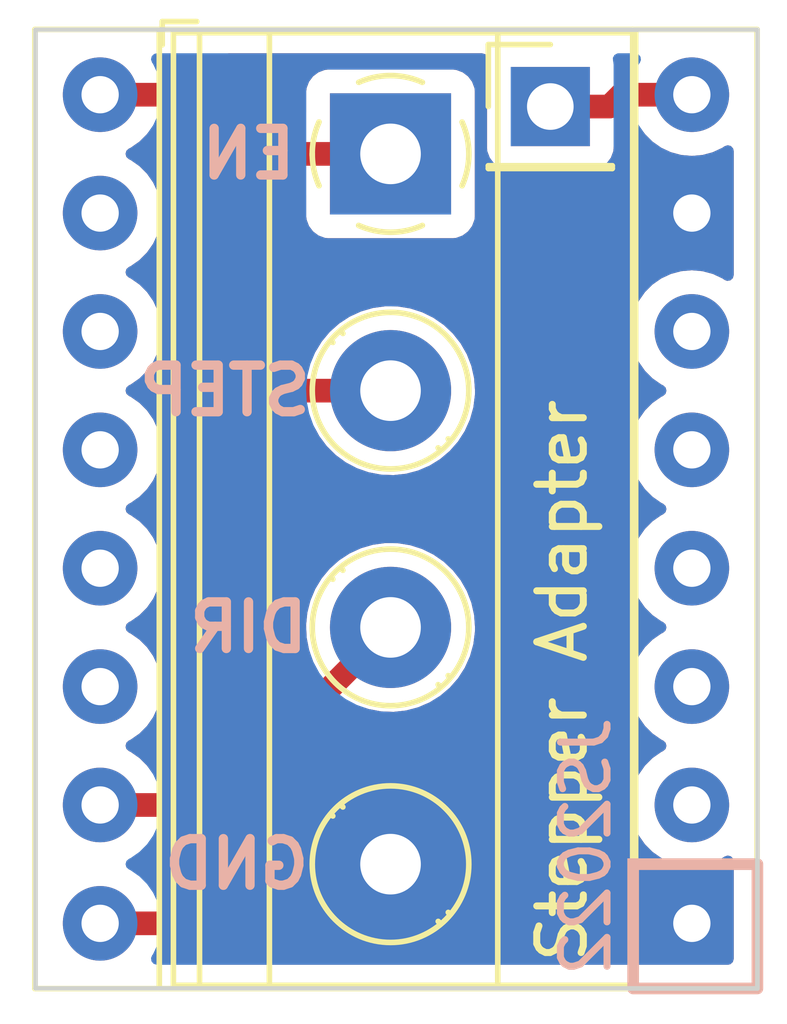
<source format=kicad_pcb>
(kicad_pcb (version 20211014) (generator pcbnew)
  (title_block (comment 4 "AISLER Project ID: SYQGLCVS"))
  (layers (0 "F.Cu" signal) (31 "B.Cu" signal) (34 "B.Paste" user) (35 "F.Paste" user) (36 "B.SilkS" user "B.Silkscreen") (37 "F.SilkS" user "F.Silkscreen") (38 "B.Mask" user) (39 "F.Mask" user) (44 "Edge.Cuts" user))
  (net 0 "")
  (net 10 "GND")
  (net 11 "/ENABLE")
  (net 12 "VCC")
  (net 13 "/STEP")
  (net 14 "Vdrive")
  (net 15 "/DIR")
  (footprint "Module:Pololu_Breakout-16_15.2x20.3mm" (layer "F.Cu") (at 125.466 93.472 180)
    (fp_text reference "A1" hide)
    (fp_text value "Pololu_Breakout_A4988" hide)
    (fp_line (start 11.43 -1.4) (end 11.43 19.18) (layer "F.SilkS") (width 0.12))
    (fp_line (start 1.27 -1.4) (end 1.27 1.27) (layer "F.SilkS") (width 0.12))
    (fp_line (start -1.4 -1.4) (end -1.4 0) (layer "F.SilkS") (width 0.12))
    (fp_line (start 1.27 1.27) (end -1.4 1.27) (layer "F.SilkS") (width 0.12))
    (fp_line (start -1.4 1.27) (end -1.4 19.18) (layer "F.SilkS") (width 0.12))
    (fp_line (start 14.1 -1.4) (end 1.27 -1.4) (layer "F.SilkS") (width 0.12))
    (fp_line (start -1.4 19.18) (end 14.1 19.18) (layer "F.SilkS") (width 0.12))
    (fp_line (start 0 -1.4) (end -1.4 -1.4) (layer "F.SilkS") (width 0.12))
    (fp_line (start 14.1 19.18) (end 14.1 -1.4) (layer "F.SilkS") (width 0.12))
    (fp_line (start 1.27 1.27) (end 1.27 19.18) (layer "F.SilkS") (width 0.12))
    (pad "1" thru_hole rect locked (at 0 0 180) (size 1.6 1.6) (drill 0.8) (layers *.Cu *.Mask) (net 10 "GND"))
    (pad "2" thru_hole oval locked (at 0 2.54 180) (size 1.6 1.6) (drill 0.8) (layers *.Cu *.Mask) (net 12 "VCC"))
    (pad "3" thru_hole oval locked (at 0 5.08 180) (size 1.6 1.6) (drill 0.8) (layers *.Cu *.Mask))
    (pad "4" thru_hole oval locked (at 0 7.62 180) (size 1.6 1.6) (drill 0.8) (layers *.Cu *.Mask))
    (pad "5" thru_hole oval locked (at 0 10.16 180) (size 1.6 1.6) (drill 0.8) (layers *.Cu *.Mask))
    (pad "6" thru_hole oval locked (at 0 12.7 180) (size 1.6 1.6) (drill 0.8) (layers *.Cu *.Mask))
    (pad "7" thru_hole oval locked (at 0 15.24 180) (size 1.6 1.6) (drill 0.8) (layers *.Cu *.Mask) (net 10 "GND"))
    (pad "8" thru_hole oval locked (at 0 17.78 180) (size 1.6 1.6) (drill 0.8) (layers *.Cu *.Mask) (net 14 "Vdrive"))
    (pad "9" thru_hole oval locked (at 12.7 17.78 180) (size 1.6 1.6) (drill 0.8) (layers *.Cu *.Mask) (net 11 "/ENABLE"))
    (pad "10" thru_hole oval locked (at 12.7 15.24 180) (size 1.6 1.6) (drill 0.8) (layers *.Cu *.Mask))
    (pad "11" thru_hole oval locked (at 12.7 12.7 180) (size 1.6 1.6) (drill 0.8) (layers *.Cu *.Mask))
    (pad "12" thru_hole oval locked (at 12.7 10.16 180) (size 1.6 1.6) (drill 0.8) (layers *.Cu *.Mask))
    (pad "13" thru_hole oval locked (at 12.7 7.62 180) (size 1.6 1.6) (drill 0.8) (layers *.Cu *.Mask))
    (pad "14" thru_hole oval locked (at 12.7 5.08 180) (size 1.6 1.6) (drill 0.8) (layers *.Cu *.Mask))
    (pad "15" thru_hole oval locked (at 12.7 2.54 180) (size 1.6 1.6) (drill 0.8) (layers *.Cu *.Mask) (net 13 "/STEP"))
    (pad "16" thru_hole oval locked (at 12.7 0 180) (size 1.6 1.6) (drill 0.8) (layers *.Cu *.Mask) (net 15 "/DIR"))
  )
  (footprint "TerminalBlock_Phoenix:TerminalBlock_Phoenix_MKDS-1,5-4-5.08_1x04_P5.08mm_Horizontal" (layer "F.Cu") (at 118.999 76.962 -90)
    (fp_text reference "J1" hide)
    (fp_text value "Screw_Terminal_01x04")
    (fp_line (start 3.853 1.023) (end 3.806 1.069) (layer "F.SilkS") (width 0.12))
    (fp_line (start 14.206 1.239) (end 14.171 1.274) (layer "F.SilkS") (width 0.12))
    (fp_line (start 16.515 -1.069) (end 16.468 -1.023) (layer "F.SilkS") (width 0.12))
    (fp_line (start 6.355 -1.069) (end 6.308 -1.023) (layer "F.SilkS") (width 0.12))
    (fp_line (start -2.6 -5.261) (end 17.84 -5.261) (layer "F.SilkS") (width 0.12))
    (fp_line (start 9.126 1.239) (end 9.091 1.274) (layer "F.SilkS") (width 0.12))
    (fp_line (start -2.6 -5.261) (end -2.6 4.66) (layer "F.SilkS") (width 0.12))
    (fp_line (start 17.84 -5.261) (end 17.84 4.66) (layer "F.SilkS") (width 0.12))
    (fp_line (start -2.84 4.9) (end -2.34 4.9) (layer "F.SilkS") (width 0.12))
    (fp_line (start -2.6 4.1) (end 17.84 4.1) (layer "F.SilkS") (width 0.12))
    (fp_line (start -2.6 2.6) (end 17.84 2.6) (layer "F.SilkS") (width 0.12))
    (fp_line (start 16.31 -1.275) (end 16.275 -1.239) (layer "F.SilkS") (width 0.12))
    (fp_line (start 4.046 1.239) (end 4.011 1.274) (layer "F.SilkS") (width 0.12))
    (fp_line (start 6.15 -1.275) (end 6.115 -1.239) (layer "F.SilkS") (width 0.12))
    (fp_line (start 11.435 -1.069) (end 11.388 -1.023) (layer "F.SilkS") (width 0.12))
    (fp_line (start -2.6 -2.301) (end 17.84 -2.301) (layer "F.SilkS") (width 0.12))
    (fp_line (start 11.23 -1.275) (end 11.195 -1.239) (layer "F.SilkS") (width 0.12))
    (fp_line (start 14.013 1.023) (end 13.966 1.069) (layer "F.SilkS") (width 0.12))
    (fp_line (start -2.84 4.16) (end -2.84 4.9) (layer "F.SilkS") (width 0.12))
    (fp_line (start -2.6 4.66) (end 17.84 4.66) (layer "F.SilkS") (width 0.12))
    (fp_line (start 8.933 1.023) (end 8.886 1.069) (layer "F.SilkS") (width 0.12))
    (fp_arc (start -0.683042 -1.535427) (mid 0.000524 -1.680501) (end 0.684 -1.535) (layer "F.SilkS") (width 0.12))
    (fp_arc (start 0.028805 1.680253) (mid -0.335551 1.646659) (end -0.684 1.535) (layer "F.SilkS") (width 0.12))
    (fp_arc (start -1.535427 0.683042) (mid -1.680501 -0.000524) (end -1.535 -0.684) (layer "F.SilkS") (width 0.12))
    (fp_arc (start 0.683318 1.534756) (mid 0.349292 1.643288) (end 0 1.68) (layer "F.SilkS") (width 0.12))
    (fp_arc (start 1.535427 -0.683042) (mid 1.680501 0.000524) (end 1.535 0.684) (layer "F.SilkS") (width 0.12))
    (fp_circle (center 10.16 0) (end 11.84 0) (layer "F.SilkS") (width 0.12) (fill none))
    (fp_circle (center 5.08 0) (end 6.76 0) (layer "F.SilkS") (width 0.12) (fill none))
    (fp_circle (center 15.24 0) (end 16.92 0) (layer "F.SilkS") (width 0.12) (fill none))
    (pad "1" thru_hole rect locked (at 0 0 270) (size 2.6 2.6) (drill 1.3) (layers *.Cu *.Mask) (net 11 "/ENABLE"))
    (pad "2" thru_hole circle locked (at 5.08 0 270) (size 2.6 2.6) (drill 1.3) (layers *.Cu *.Mask) (net 13 "/STEP"))
    (pad "3" thru_hole circle locked (at 10.16 0 270) (size 2.6 2.6) (drill 1.3) (layers *.Cu *.Mask) (net 15 "/DIR"))
    (pad "4" thru_hole circle locked (at 15.24 0 270) (size 2.6 2.6) (drill 1.3) (layers *.Cu *.Mask) (net 10 "GND"))
  )
  (footprint "Connector_PinHeader_2.54mm:PinHeader_1x01_P2.54mm_Vertical" (layer "F.Cu") (at 122.428 75.946)
    (fp_text reference "J2" hide)
    (fp_text value "Conn_01x01" hide)
    (fp_line (start -1.33 -1.33) (end 0 -1.33) (layer "F.SilkS") (width 0.12))
    (fp_line (start -1.33 1.33) (end 1.33 1.33) (layer "F.SilkS") (width 0.12))
    (fp_line (start -1.33 1.27) (end 1.33 1.27) (layer "F.SilkS") (width 0.12))
    (fp_line (start -1.33 1.27) (end -1.33 1.33) (layer "F.SilkS") (width 0.12))
    (fp_line (start -1.33 0) (end -1.33 -1.33) (layer "F.SilkS") (width 0.12))
    (fp_line (start 1.33 1.27) (end 1.33 1.33) (layer "F.SilkS") (width 0.12))
    (pad "1" thru_hole rect locked (at 0 0) (size 1.7 1.7) (drill 1) (layers *.Cu *.Mask) (net 14 "Vdrive"))
  )
  (gr_rect (start 124.206 92.202) (end 126.873 94.869) (layer "B.SilkS") (width 0.25) (fill none))
  (gr_line (start 126.873 74.295) (end 126.873 94.869) (layer "Edge.Cuts") (width 0.1))
  (gr_line (start 111.379 94.869) (end 111.379 74.295) (layer "Edge.Cuts") (width 0.1))
  (gr_line (start 126.873 94.869) (end 111.379 94.869) (layer "Edge.Cuts") (width 0.1))
  (gr_line (start 111.379 74.295) (end 126.873 74.295) (layer "Edge.Cuts") (width 0.1))
  (gr_text "DIR" (at 115.951 87.122) (layer "B.SilkS") (effects (font (size 1 1) (thickness 0.2)) (justify mirror)))
  (gr_text "GND" (at 115.697 92.202) (layer "B.SilkS") (effects (font (size 1 1) (thickness 0.2)) (justify mirror)))
  (gr_text "EN" (at 115.951 76.962) (layer "B.SilkS") (effects (font (size 1 1) (thickness 0.2)) (justify mirror)))
  (gr_text "STEP" (at 115.443 82.042) (layer "B.SilkS") (effects (font (size 1 1) (thickness 0.2)) (justify mirror)))
  (gr_text "JS2022" (at 123.19 91.821 90) (layer "B.SilkS") (effects (font (size 1 1)) (justify mirror)))
  (gr_text "Stepper Adapter" (at 122.682 88.265 90) (layer "F.SilkS") (effects (font (size 1 1))))
  (segment (start 116.332 76.962) (end 118.999 76.962) (width 0.508) (layer "F.Cu") (net 11))
  (segment (start 115.062 75.692) (end 116.332 76.962) (width 0.508) (layer "F.Cu") (net 11))
  (segment (start 112.766 75.692) (end 115.062 75.692) (width 0.508) (layer "F.Cu") (net 11))
  (segment (start 116.84 82.042) (end 118.999 82.042) (width 0.508) (layer "F.Cu") (net 13))
  (segment (start 115.824 89.535) (end 115.824 83.058) (width 0.508) (layer "F.Cu") (net 13))
  (segment (start 114.427 90.932) (end 115.824 89.535) (width 0.508) (layer "F.Cu") (net 13))
  (segment (start 115.824 83.058) (end 116.84 82.042) (width 0.508) (layer "F.Cu") (net 13))
  (segment (start 112.766 90.932) (end 114.427 90.932) (width 0.508) (layer "F.Cu") (net 13))
  (segment (start 123.698 75.946) (end 123.952 75.692) (width 0.508) (layer "F.Cu") (net 14))
  (segment (start 122.428 75.946) (end 123.698 75.946) (width 0.508) (layer "F.Cu") (net 14))
  (segment (start 125.466 75.692) (end 123.952 75.692) (width 0.508) (layer "F.Cu") (net 14))
  (segment (start 116.84 89.281) (end 118.999 87.122) (width 0.508) (layer "F.Cu") (net 15))
  (segment (start 112.766 93.472) (end 114.681 93.472) (width 0.508) (layer "F.Cu") (net 15))
  (segment (start 114.681 93.472) (end 116.84 91.313) (width 0.508) (layer "F.Cu") (net 15))
  (segment (start 116.84 91.313) (end 116.84 89.281) (width 0.508) (layer "F.Cu") (net 15))
  (zone (net 10) (net_name "GND") (layers F&B.Cu) (connect_pads yes (clearance 0.508)) (min_thickness 0.254) (fill yes (thermal_gap 0.508) (thermal_bridge_width 0.508))
    (polygon (pts (xy 127.508 95.631) (xy 110.617 95.631) (xy 110.617 73.66) (xy 127.508 73.66)))
  )
)
</source>
